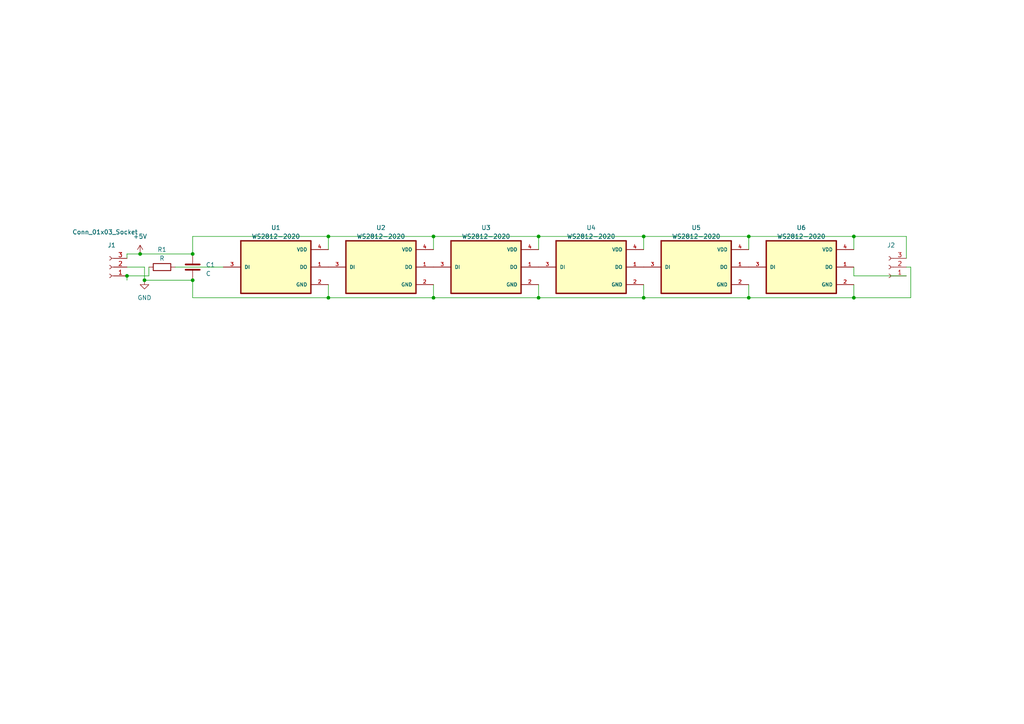
<source format=kicad_sch>
(kicad_sch (version 20230121) (generator eeschema)
  (paper "A4")
  (lib_symbols
    (symbol "Connector:Conn_01x03_Socket" (pin_names (offset 1.016) hide)
      (property "Reference" "J" (at 0 5.08 0))
      (property "Value" "Conn_01x03_Socket" (at 0 -5.08 0))
      (symbol "Conn_01x03_Socket_1_1"
        (arc (start 0 -2.032) (mid -0.5058 -2.54) (end 0 -3.048) (stroke (width 0.1524)))
        (polyline (pts (xy -1.27 -2.54) (xy -0.508 -2.54)) (stroke (width 0.1524)))
        (polyline (pts (xy -1.27 0) (xy -0.508 0)) (stroke (width 0.1524)))
        (polyline (pts (xy -1.27 2.54) (xy -0.508 2.54)) (stroke (width 0.1524)))
        (arc (start 0 0.508) (mid -0.5058 0) (end 0 -0.508) (stroke (width 0.1524)))
        (arc (start 0 3.048) (mid -0.5058 2.54) (end 0 2.032) (stroke (width 0.1524)))
        (pin passive line (at -5.08 2.54 0) (length 3.81) (name "Pin_1") (number "1"))
        (pin passive line (at -5.08 0 0) (length 3.81) (name "Pin_2") (number "2"))
        (pin passive line (at -5.08 -2.54 0) (length 3.81) (name "Pin_3") (number "3"))
      )
    )
    (symbol "Device:C" (pin_numbers hide) (pin_names (offset 0.254))
      (property "Reference" "C" (at 0.635 2.54 0))
      (property "Value" "C" (at 0.635 -2.54 0))
      (symbol "C_0_1"
        (polyline (pts (xy -2.032 -0.762) (xy 2.032 -0.762)) (stroke (width 0.508)))
        (polyline (pts (xy -2.032 0.762) (xy 2.032 0.762)) (stroke (width 0.508)))
      )
      (symbol "C_1_1"
        (pin passive line (at 0 3.81 270) (length 2.794) (name "~") (number "1"))
        (pin passive line (at 0 -3.81 90) (length 2.794) (name "~") (number "2"))
      )
    )
    (symbol "Device:R" (pin_numbers hide) (pin_names (offset 0))
      (property "Reference" "R" (at 2.032 0 90))
      (property "Value" "R" (at 0 0 90))
      (symbol "R_0_1"
        (rectangle (start -1.016 -2.54) (end 1.016 2.54) (stroke (width 0.254)))
      )
      (symbol "R_1_1"
        (pin passive line (at 0 3.81 270) (length 1.27) (name "~") (number "1"))
        (pin passive line (at 0 -3.81 90) (length 1.27) (name "~") (number "2"))
      )
    )
    (symbol "WS2812-2020:WS2812-2020" (pin_names (offset 1.016))
      (property "Reference" "U" (at -10.16 7.62 0))
      (property "Value" "WS2812-2020" (at -10.16 -10.16 0))
      (symbol "WS2812-2020_0_0"
        (rectangle (start -10.16 -7.62) (end 10.16 7.62) (stroke (width 0.4064)) (fill (type background)))
        (pin output line (at 15.24 0 180) (length 5.08) (name "DO") (number "1"))
        (pin power_in line (at 15.24 -5.08 180) (length 5.08) (name "GND") (number "2"))
        (pin input line (at -15.24 0 0) (length 5.08) (name "DI") (number "3"))
        (pin power_in line (at 15.24 5.08 180) (length 5.08) (name "VDD") (number "4"))
      )
    )
    (symbol "power:+5V" (power) (pin_names (offset 0))
      (property "Value" "+5V" (at 0 3.556 0))
      (symbol "+5V_0_1"
        (polyline (pts (xy -0.762 1.27) (xy 0 2.54)))
        (polyline (pts (xy 0 0) (xy 0 2.54)))
        (polyline (pts (xy 0 2.54) (xy 0.762 1.27)))
      )
      (symbol "+5V_1_1"
        (pin power_in line (at 0 0 90) (length 0) hide (name "+5V") (number "1"))
      )
    )
    (symbol "power:GND" (power) (pin_names (offset 0))
      (property "Value" "GND" (at 0 -3.81 0))
      (symbol "GND_0_1"
        (polyline (pts (xy 0 0) (xy 0 -1.27) (xy 1.27 -1.27) (xy 0 -2.54) (xy -1.27 -1.27) (xy 0 -1.27)))
      )
      (symbol "GND_1_1"
        (pin power_in line (at 0 0 270) (length 0) hide (name "GND") (number "1"))
      )
    )
  )
  (junction (at 247.65 68.58))
  (junction (at 95.25 86.36))
  (junction (at 125.73 86.36))
  (junction (at 41.91 81.28))
  (junction (at 217.17 86.36))
  (junction (at 95.25 68.58))
  (junction (at 125.73 68.58))
  (junction (at 186.69 86.36))
  (junction (at 36.83 80.01))
  (junction (at 186.69 68.58))
  (junction (at 55.88 73.66))
  (junction (at 247.65 86.36))
  (junction (at 40.64 73.66))
  (junction (at 156.21 86.36))
  (junction (at 217.17 68.58))
  (junction (at 55.88 81.28))
  (junction (at 156.21 68.58))
  (wire (pts (xy 95.25 68.58) (xy 55.88 68.58)))
  (wire (pts (xy 262.89 80.01) (xy 247.65 80.01)))
  (wire (pts (xy 125.73 68.58) (xy 95.25 68.58)))
  (wire (pts (xy 156.21 86.36) (xy 186.69 86.36)))
  (wire (pts (xy 55.88 73.66) (xy 40.64 73.66)))
  (wire (pts (xy 95.25 86.36) (xy 55.88 86.36)))
  (wire (pts (xy 156.21 68.58) (xy 156.21 72.39)))
  (wire (pts (xy 247.65 86.36) (xy 217.17 86.36)))
  (wire (pts (xy 264.16 86.36) (xy 264.16 77.47)))
  (wire (pts (xy 156.21 86.36) (xy 125.73 86.36)))
  (wire (pts (xy 125.73 86.36) (xy 95.25 86.36)))
  (wire (pts (xy 247.65 68.58) (xy 217.17 68.58)))
  (wire (pts (xy 264.16 77.47) (xy 262.89 77.47)))
  (wire (pts (xy 156.21 82.55) (xy 156.21 86.36)))
  (wire (pts (xy 41.91 77.47) (xy 41.91 81.28)))
  (wire (pts (xy 43.18 80.01) (xy 36.83 80.01)))
  (wire (pts (xy 50.8 77.47) (xy 64.77 77.47)))
  (wire (pts (xy 217.17 82.55) (xy 217.17 86.36)))
  (wire (pts (xy 247.65 86.36) (xy 264.16 86.36)))
  (wire (pts (xy 186.69 82.55) (xy 186.69 86.36)))
  (wire (pts (xy 36.83 80.01) (xy 36.83 81.28)))
  (wire (pts (xy 36.83 73.66) (xy 36.83 74.93)))
  (wire (pts (xy 95.25 82.55) (xy 95.25 86.36)))
  (wire (pts (xy 217.17 68.58) (xy 217.17 72.39)))
  (wire (pts (xy 217.17 68.58) (xy 186.69 68.58)))
  (wire (pts (xy 95.25 72.39) (xy 95.25 68.58)))
  (wire (pts (xy 55.88 86.36) (xy 55.88 81.28)))
  (wire (pts (xy 262.89 68.58) (xy 262.89 74.93)))
  (wire (pts (xy 186.69 68.58) (xy 186.69 72.39)))
  (wire (pts (xy 40.64 73.66) (xy 36.83 73.66)))
  (wire (pts (xy 41.91 81.28) (xy 55.88 81.28)))
  (wire (pts (xy 55.88 68.58) (xy 55.88 73.66)))
  (wire (pts (xy 247.65 68.58) (xy 247.65 72.39)))
  (wire (pts (xy 156.21 68.58) (xy 125.73 68.58)))
  (wire (pts (xy 247.65 80.01) (xy 247.65 77.47)))
  (wire (pts (xy 36.83 77.47) (xy 41.91 77.47)))
  (wire (pts (xy 156.21 68.58) (xy 186.69 68.58)))
  (wire (pts (xy 247.65 82.55) (xy 247.65 86.36)))
  (wire (pts (xy 125.73 82.55) (xy 125.73 86.36)))
  (wire (pts (xy 43.18 77.47) (xy 43.18 80.01)))
  (wire (pts (xy 125.73 68.58) (xy 125.73 72.39)))
  (wire (pts (xy 247.65 68.58) (xy 262.89 68.58)))
  (wire (pts (xy 217.17 86.36) (xy 186.69 86.36)))
  (symbol (lib_id "WS2812-2020:WS2812-2020") (at 201.93 77.47 0) (unit 1)
    (property "Reference" "U5" (at 201.93 66.04 0))
    (property "Value" "WS2812-2020" (at 201.93 68.58 0))
    (property "Footprint" "LED_WS2812-2020" (effects hide))
    (property "PARTREV" "V1.3" (effects hide))
    (property "SNAPEDA_PN" "WS2812-2020" (effects hide))
    (property "STANDARD" "Manufacturer Recommendations" (effects hide))
    (property "MAXIMUM_PACKAGE_HEIGHT" "0.84 mm" (effects hide))
    (property "MANUFACTURER" "Worldsemi" (effects hide))
  )
  (symbol (lib_id "Connector:Conn_01x03_Socket") (at 257.81 77.47 180) (unit 1)
    (property "Reference" "J2" (at 258.445 71.12 0))
    (property "Value" "Conn_01x03_Socket" (effects hide))
    (property "Footprint" "Connector_Wire:SolderWire-0.1sqmm_1x03_P3.6mm_D0.4mm_OD1mm" (effects hide))
  )
  (symbol (lib_id "WS2812-2020:WS2812-2020") (at 140.97 77.47 0) (unit 1)
    (property "Reference" "U3" (at 140.97 66.04 0))
    (property "Value" "WS2812-2020" (at 140.97 68.58 0))
    (property "Footprint" "LED_WS2812-2020" (effects hide))
    (property "PARTREV" "V1.3" (effects hide))
    (property "SNAPEDA_PN" "WS2812-2020" (effects hide))
    (property "STANDARD" "Manufacturer Recommendations" (effects hide))
    (property "MAXIMUM_PACKAGE_HEIGHT" "0.84 mm" (effects hide))
    (property "MANUFACTURER" "Worldsemi" (effects hide))
  )
  (symbol (lib_id "WS2812-2020:WS2812-2020") (at 232.41 77.47 0) (unit 1)
    (property "Reference" "U6" (at 232.41 66.04 0))
    (property "Value" "WS2812-2020" (at 232.41 68.58 0))
    (property "Footprint" "LED_WS2812-2020" (effects hide))
    (property "PARTREV" "V1.3" (effects hide))
    (property "SNAPEDA_PN" "WS2812-2020" (effects hide))
    (property "STANDARD" "Manufacturer Recommendations" (effects hide))
    (property "MAXIMUM_PACKAGE_HEIGHT" "0.84 mm" (effects hide))
    (property "MANUFACTURER" "Worldsemi" (effects hide))
  )
  (symbol (lib_id "WS2812-2020:WS2812-2020") (at 171.45 77.47 0) (unit 1)
    (property "Reference" "U4" (at 171.45 66.04 0))
    (property "Value" "WS2812-2020" (at 171.45 68.58 0))
    (property "Footprint" "LED_WS2812-2020" (effects hide))
    (property "PARTREV" "V1.3" (effects hide))
    (property "SNAPEDA_PN" "WS2812-2020" (effects hide))
    (property "STANDARD" "Manufacturer Recommendations" (effects hide))
    (property "MAXIMUM_PACKAGE_HEIGHT" "0.84 mm" (effects hide))
    (property "MANUFACTURER" "Worldsemi" (effects hide))
  )
  (symbol (lib_id "Device:R") (at 46.99 77.47 90) (unit 1)
    (property "Reference" "R1" (at 46.99 72.39 90))
    (property "Value" "R" (at 46.99 74.93 90))
    (property "Footprint" "Resistor_SMD:R_0402_1005Metric" (effects hide))
  )
  (symbol (lib_id "WS2812-2020:WS2812-2020") (at 80.01 77.47 0) (unit 1)
    (property "Reference" "U1" (at 80.01 66.04 0))
    (property "Value" "WS2812-2020" (at 80.01 68.58 0))
    (property "Footprint" "LED_WS2812-2020" (effects hide))
    (property "PARTREV" "V1.3" (effects hide))
    (property "SNAPEDA_PN" "WS2812-2020" (effects hide))
    (property "STANDARD" "Manufacturer Recommendations" (effects hide))
    (property "MAXIMUM_PACKAGE_HEIGHT" "0.84 mm" (effects hide))
    (property "MANUFACTURER" "Worldsemi" (effects hide))
  )
  (symbol (lib_id "power:GND") (at 41.91 81.28 0) (unit 1)
    (property "Reference" "#PWR01" (effects hide))
    (property "Value" "GND" (at 41.91 86.36 0))
  )
  (symbol (lib_id "power:+5V") (at 40.64 73.66 0) (unit 1)
    (property "Reference" "#PWR02" (effects hide))
    (property "Value" "+5V" (at 40.64 68.58 0))
  )
  (symbol (lib_id "Device:C") (at 55.88 77.47 0) (unit 1)
    (property "Reference" "C1" (at 59.69 76.835 0) (effects (justify left)))
    (property "Value" "C" (at 59.69 79.375 0) (effects (justify left)))
    (property "Footprint" "Capacitor_SMD:C_0402_1005Metric" (effects hide))
  )
  (symbol (lib_id "WS2812-2020:WS2812-2020") (at 110.49 77.47 0) (unit 1)
    (property "Reference" "U2" (at 110.49 66.04 0))
    (property "Value" "WS2812-2020" (at 110.49 68.58 0))
    (property "Footprint" "LED_WS2812-2020" (effects hide))
    (property "PARTREV" "V1.3" (effects hide))
    (property "SNAPEDA_PN" "WS2812-2020" (effects hide))
    (property "STANDARD" "Manufacturer Recommendations" (effects hide))
    (property "MAXIMUM_PACKAGE_HEIGHT" "0.84 mm" (effects hide))
    (property "MANUFACTURER" "Worldsemi" (effects hide))
  )
  (symbol (lib_id "Connector:Conn_01x03_Socket") (at 31.75 77.47 180) (unit 1)
    (property "Reference" "J1" (at 32.385 71.12 0))
    (property "Value" "Conn_01x03_Socket" (at 30.48 67.31 0))
    (property "Footprint" "Connector_Wire:SolderWire-0.1sqmm_1x03_P3.6mm_D0.4mm_OD1mm" (effects hide))
  )
)
</source>
